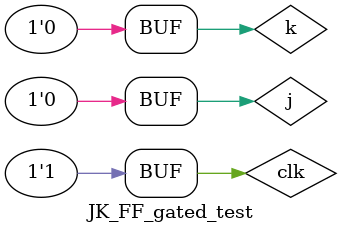
<source format=v>
module JK_FF_gated_test;
	reg j = 0 , k = 0, clk = 1;
	wire q , qbar;
	JK_FF_gated g1(clk, j , k , q , qbar );
	initial
	begin
  		#100 {k , j , clk} = 3'b101;
		#100 {j, k , clk} = 4;
		#100 {j, k , clk} = 5;
		#100 {j, k , clk} = 2;
		#100 {j, k , clk} = 3;
		#100 {j, k , clk} = 0;
		#100 {j, k , clk} = 1;
		#100 ;
	end
endmodule

</source>
